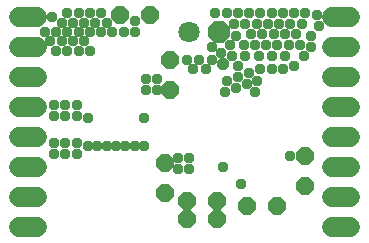
<source format=gbr>
G04 EAGLE Gerber RS-274X export*
G75*
%MOMM*%
%FSLAX34Y34*%
%LPD*%
%INSoldermask Bottom*%
%IPPOS*%
%AMOC8*
5,1,8,0,0,1.08239X$1,22.5*%
G01*
%ADD10P,1.951982X8X22.500000*%
%ADD11C,1.803400*%
%ADD12P,1.649562X8X202.500000*%
%ADD13P,1.649562X8X292.500000*%
%ADD14P,1.649562X8X112.500000*%
%ADD15P,1.649562X8X22.500000*%
%ADD16C,1.727200*%
%ADD17C,0.959600*%
%ADD18P,1.038661X8X22.500000*%


D10*
X185738Y215900D03*
D11*
X160338Y215900D03*
D12*
X234950Y68263D03*
X209550Y68263D03*
X127000Y230188D03*
X101600Y230188D03*
D13*
X139700Y104775D03*
X139700Y79375D03*
D14*
X144463Y166688D03*
X144463Y192088D03*
X258763Y85725D03*
X258763Y111125D03*
D15*
X158750Y57150D03*
X184150Y57150D03*
D12*
X184150Y73025D03*
X158750Y73025D03*
D16*
X281305Y228600D02*
X296545Y228600D01*
X296545Y203200D02*
X281305Y203200D01*
X281305Y177800D02*
X296545Y177800D01*
X296545Y152400D02*
X281305Y152400D01*
X281305Y127000D02*
X296545Y127000D01*
X296545Y101600D02*
X281305Y101600D01*
X281305Y76200D02*
X296545Y76200D01*
X296545Y50800D02*
X281305Y50800D01*
X31433Y50800D02*
X16193Y50800D01*
X16193Y76200D02*
X31433Y76200D01*
X31433Y101600D02*
X16193Y101600D01*
X16193Y127000D02*
X31433Y127000D01*
X31433Y152400D02*
X16193Y152400D01*
X16193Y177800D02*
X31433Y177800D01*
X31433Y203200D02*
X16193Y203200D01*
X16193Y228600D02*
X31433Y228600D01*
D17*
X245745Y111252D03*
X38100Y215900D03*
X44450Y228600D03*
X57150Y231775D03*
X66675Y231775D03*
X76200Y231775D03*
X85725Y231775D03*
X90488Y223838D03*
X80963Y223838D03*
X71438Y223838D03*
X61913Y223838D03*
X52388Y223838D03*
X47625Y215900D03*
X57150Y215900D03*
X66675Y215900D03*
X76200Y215900D03*
X85725Y215900D03*
X95250Y215900D03*
X104775Y215900D03*
X114300Y215900D03*
X114300Y225425D03*
X71438Y207963D03*
X61913Y207963D03*
X52388Y207963D03*
X42863Y207963D03*
X47625Y200025D03*
X57150Y200025D03*
X66675Y200025D03*
X76200Y200025D03*
X215900Y165100D03*
X209550Y171450D03*
X200025Y168275D03*
X190500Y165100D03*
X188913Y101600D03*
X192088Y174625D03*
X217488Y174625D03*
X211138Y180975D03*
X201613Y177800D03*
X220663Y184150D03*
X200025Y212725D03*
X182563Y231775D03*
X192088Y231775D03*
X201613Y231775D03*
X198438Y222250D03*
X207963Y222250D03*
X211138Y231775D03*
X220663Y231775D03*
X217488Y222250D03*
X212725Y214313D03*
X222250Y214313D03*
X227013Y222250D03*
X230188Y231775D03*
X231775Y214313D03*
X236538Y222250D03*
X239713Y231775D03*
X246063Y222250D03*
X241300Y214313D03*
X250825Y214313D03*
X255588Y222250D03*
X249238Y231775D03*
X258763Y231775D03*
X268288Y230188D03*
X269875Y220663D03*
X263525Y212725D03*
X263525Y203200D03*
X257175Y195263D03*
X249238Y187325D03*
X239713Y184150D03*
X230188Y184150D03*
X158750Y192088D03*
X163513Y184150D03*
X168275Y192088D03*
X174625Y184150D03*
X179388Y192088D03*
X179388Y203200D03*
X187325Y198438D03*
D18*
X188913Y188913D03*
D17*
X196850Y195263D03*
X195263Y204788D03*
X201613Y187325D03*
X207963Y195263D03*
X206375Y204788D03*
X215900Y204788D03*
X219075Y195263D03*
X225425Y204788D03*
X230188Y195263D03*
X234950Y204788D03*
X241300Y195263D03*
X244475Y204788D03*
X254000Y204788D03*
X133350Y166688D03*
X133350Y176213D03*
X123825Y176213D03*
X123825Y166688D03*
X160338Y109538D03*
X150813Y109538D03*
X150813Y100013D03*
X160338Y100013D03*
X74613Y119063D03*
X74613Y142875D03*
X122238Y143100D03*
X122238Y119063D03*
X114300Y119063D03*
X106363Y119063D03*
X98425Y119063D03*
X90488Y119063D03*
X82550Y119063D03*
X65088Y144463D03*
X46038Y153988D03*
X55563Y153988D03*
X65088Y153988D03*
X46038Y144463D03*
X55563Y144463D03*
X46038Y122238D03*
X55563Y122238D03*
X65088Y122238D03*
X46038Y112713D03*
X55563Y112713D03*
X65088Y112713D03*
X204216Y86868D03*
M02*

</source>
